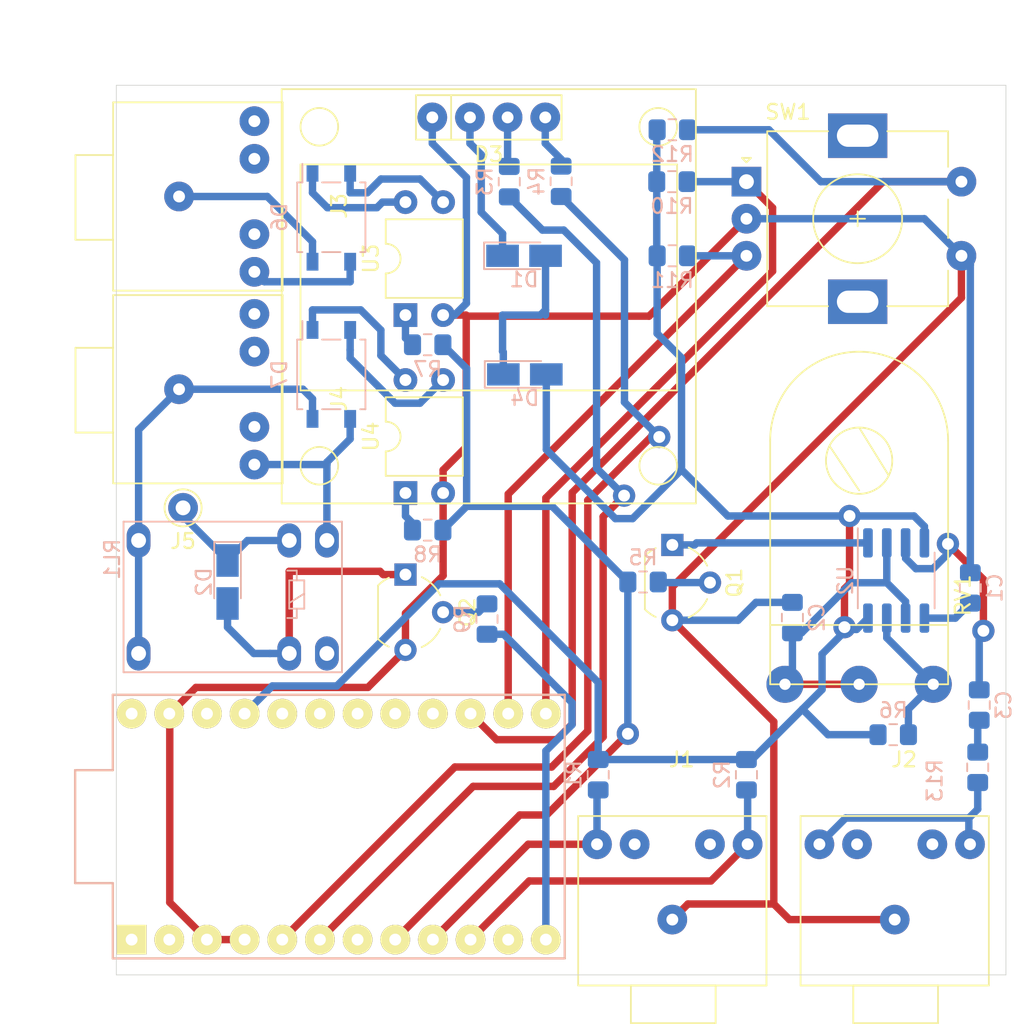
<source format=kicad_pcb>
(kicad_pcb (version 20211014) (generator pcbnew)
  (layers (0 "F.Cu" signal) (31 "B.Cu" signal) (34 "B.Paste" user) (35 "F.Paste" user) (36 "B.SilkS" user "B.Silkscreen") (37 "F.SilkS" user "F.Silkscreen") (38 "B.Mask" user) (39 "F.Mask" user) (44 "Edge.Cuts" user))
  (net 0 "")
  (net 1 "GND")
  (net 2 "Net-(C1-Pad1)")
  (net 3 "Net-(C2-Pad1)")
  (net 4 "Net-(C3-Pad1)")
  (net 5 "Net-(C3-Pad2)")
  (net 6 "Net-(D1-Pad2)")
  (net 7 "Net-(D1-Pad1)")
  (net 8 "Net-(D2-Pad1)")
  (net 9 "Net-(D2-Pad2)")
  (net 10 "Net-(D3-Pad3)")
  (net 11 "Net-(D3-Pad4)")
  (net 12 "+5V")
  (net 13 "Net-(D6-Pad3)")
  (net 14 "Net-(D6-Pad2)")
  (net 15 "Net-(D6-Pad1)")
  (net 16 "Net-(D6-Pad4)")
  (net 17 "Net-(D7-Pad4)")
  (net 18 "Net-(D7-Pad1)")
  (net 19 "Net-(D7-Pad2)")
  (net 20 "Net-(D7-Pad3)")
  (net 21 "Net-(J1-PadS)")
  (net 22 "Net-(J1-PadT)")
  (net 23 "Net-(Q1-Pad2)")
  (net 24 "Net-(Q1-Pad1)")
  (net 25 "Net-(Q2-Pad2)")
  (net 26 "Net-(R3-Pad2)")
  (net 27 "Net-(R4-Pad2)")
  (net 28 "Net-(R5-Pad2)")
  (net 29 "Net-(R6-Pad1)")
  (net 30 "Net-(R7-Pad1)")
  (net 31 "Net-(R8-Pad1)")
  (net 32 "Net-(R9-Pad2)")
  (net 33 "Net-(R10-Pad2)")
  (net 34 "Net-(R11-Pad2)")
  (net 35 "Net-(R12-Pad2)")
  (net 36 "Net-(J2-PadS)")
  (footprint "Display:oled_128x64_i2c_ssd1306" (layer "F.Cu") (at 20 -47)
    (fp_text reference "D3" (at 7.62 -10.835) (layer "F.SilkS"))
    (fp_text value "oled_128x64_i2c_ssd1306")
    (pad "1" thru_hole oval locked (at 3.81 -13.335) (size 2 2) (drill 0.8) (layers *.Cu *.Mask) (net 1 "GND"))
    (pad "2" thru_hole oval locked (at 6.35 -13.335) (size 2 2) (drill 0.8) (layers *.Cu *.Mask) (net 7 "Net-(D1-Pad1)"))
    (pad "3" thru_hole oval locked (at 8.89 -13.335) (size 2 2) (drill 0.8) (layers *.Cu *.Mask) (net 10 "Net-(D3-Pad3)"))
    (pad "4" thru_hole oval locked (at 11.43 -13.335) (size 2 2) (drill 0.8) (layers *.Cu *.Mask) (net 11 "Net-(D3-Pad4)"))
  )
  (footprint "Connector_Audio:audio-3.5mm-5pin" (layer "F.Cu") (at 40 -7.5 180)
    (fp_text reference "J1" (at -0.635 9.525) (layer "F.SilkS"))
    (fp_text value "AudioJack2_Ground_Switch")
    (pad "G" thru_hole circle locked (at 0 -1.27 180) (size 2 2) (drill 0.8) (layers *.Cu *.Mask) (net 1 "GND"))
    (pad "S" thru_hole circle locked (at 5.08 3.81 180) (size 2 2) (drill 0.8) (layers *.Cu *.Mask) (net 21 "Net-(J1-PadS)"))
    (pad "SN" thru_hole circle locked (at 2.54 3.81 180) (size 2 2) (drill 0.8) (layers *.Cu *.Mask))
    (pad "T" thru_hole circle locked (at -5.08 3.81 180) (size 2 2) (drill 0.8) (layers *.Cu *.Mask) (net 22 "Net-(J1-PadT)"))
    (pad "TN" thru_hole circle locked (at -2.54 3.81 180) (size 2 2) (drill 0.8) (layers *.Cu *.Mask))
  )
  (footprint "Connector_Audio:audio-3.5mm-5pin" (layer "F.Cu") (at 55 -7.5 180)
    (fp_text reference "J2" (at -0.635 9.525) (layer "F.SilkS"))
    (fp_text value "AudioJack2_Ground_Switch")
    (pad "G" thru_hole circle locked (at 0 -1.27 180) (size 2 2) (drill 0.8) (layers *.Cu *.Mask) (net 1 "GND"))
    (pad "S" thru_hole circle locked (at 5.08 3.81 180) (size 2 2) (drill 0.8) (layers *.Cu *.Mask) (net 36 "Net-(J2-PadS)"))
    (pad "SN" thru_hole circle locked (at 2.54 3.81 180) (size 2 2) (drill 0.8) (layers *.Cu *.Mask))
    (pad "T" thru_hole circle locked (at -5.08 3.81 180) (size 2 2) (drill 0.8) (layers *.Cu *.Mask) (net 36 "Net-(J2-PadS)"))
    (pad "TN" thru_hole circle locked (at -2.54 3.81 180) (size 2 2) (drill 0.8) (layers *.Cu *.Mask))
  )
  (footprint "Connector_Audio:audio-3.5mm-5pin" (layer "F.Cu") (at 8 -55 90)
    (fp_text reference "J3" (at -0.635 9.525 90) (layer "F.SilkS"))
    (fp_text value "AudioJack2_Ground_Switch")
    (pad "G" thru_hole circle locked (at 0 -1.27 90) (size 2 2) (drill 0.8) (layers *.Cu *.Mask) (net 16 "Net-(D6-Pad4)"))
    (pad "S" thru_hole circle locked (at 5.08 3.81 90) (size 2 2) (drill 0.8) (layers *.Cu *.Mask))
    (pad "SN" thru_hole circle locked (at 2.54 3.81 90) (size 2 2) (drill 0.8) (layers *.Cu *.Mask))
    (pad "T" thru_hole circle locked (at -5.08 3.81 90) (size 2 2) (drill 0.8) (layers *.Cu *.Mask) (net 13 "Net-(D6-Pad3)"))
    (pad "TN" thru_hole circle locked (at -2.54 3.81 90) (size 2 2) (drill 0.8) (layers *.Cu *.Mask))
  )
  (footprint "Connector_Audio:audio-3.5mm-5pin" (layer "F.Cu") (at 8 -42 90)
    (fp_text reference "J4" (at -0.635 9.525 90) (layer "F.SilkS"))
    (fp_text value "AudioJack2_Ground_Switch")
    (pad "G" thru_hole circle locked (at 0 -1.27 90) (size 2 2) (drill 0.8) (layers *.Cu *.Mask) (net 17 "Net-(D7-Pad4)"))
    (pad "S" thru_hole circle locked (at 5.08 3.81 90) (size 2 2) (drill 0.8) (layers *.Cu *.Mask))
    (pad "SN" thru_hole circle locked (at 2.54 3.81 90) (size 2 2) (drill 0.8) (layers *.Cu *.Mask))
    (pad "T" thru_hole circle locked (at -5.08 3.81 90) (size 2 2) (drill 0.8) (layers *.Cu *.Mask) (net 20 "Net-(D7-Pad3)"))
    (pad "TN" thru_hole circle locked (at -2.54 3.81 90) (size 2 2) (drill 0.8) (layers *.Cu *.Mask))
  )
  (footprint "Connector_Pin:Pin_D1.0mm_L10.0mm" (layer "F.Cu") (at 7 -34)
    (fp_text reference "J5" (at 0 2.25) (layer "F.SilkS"))
    (fp_text value "Conn_01x01")
    (pad "1" thru_hole circle locked (at 0 0) (size 2 2) (drill 1) (layers *.Cu *.Mask) (net 8 "Net-(D2-Pad1)"))
  )
  (footprint "Package_TO_SOT_THT:TO-92_Wide" (layer "F.Cu") (at 40 -31.5 -90)
    (fp_text reference "Q1" (at 2.55 -4.19 90) (layer "F.SilkS"))
    (fp_text value "BC547")
    (pad "1" thru_hole rect locked (at 0 0) (size 1.5 1.5) (drill 0.8) (layers *.Cu *.Mask) (net 24 "Net-(Q1-Pad1)"))
    (pad "2" thru_hole circle locked (at 2.54 -2.54) (size 1.5 1.5) (drill 0.8) (layers *.Cu *.Mask) (net 23 "Net-(Q1-Pad2)"))
    (pad "3" thru_hole circle locked (at 5.08 0) (size 1.5 1.5) (drill 0.8) (layers *.Cu *.Mask) (net 1 "GND"))
  )
  (footprint "Package_TO_SOT_THT:TO-92_Wide" (layer "F.Cu") (at 22 -29.5 -90)
    (fp_text reference "Q2" (at 2.55 -4.19 90) (layer "F.SilkS"))
    (fp_text value "BC547")
    (pad "1" thru_hole rect locked (at 0 0) (size 1.5 1.5) (drill 0.8) (layers *.Cu *.Mask) (net 9 "Net-(D2-Pad2)"))
    (pad "2" thru_hole circle locked (at 2.54 -2.54) (size 1.5 1.5) (drill 0.8) (layers *.Cu *.Mask) (net 25 "Net-(Q2-Pad2)"))
    (pad "3" thru_hole circle locked (at 5.08 0) (size 1.5 1.5) (drill 0.8) (layers *.Cu *.Mask) (net 1 "GND"))
  )
  (footprint "Potentiometer_THT:perem_resistor-step-5mm" (layer "F.Cu") (at 52.6 -27.1 90)
    (fp_text reference "RV1" (at 1 7 90) (layer "F.SilkS"))
    (fp_text value "10k")
    (pad "1" thru_hole circle locked (at -5 -5 90) (size 2.5 2.5) (drill 0.762) (layers *.Cu *.Mask) (net 3 "Net-(C2-Pad1)"))
    (pad "2" thru_hole circle locked (at -5 0 90) (size 2.5 2.5) (drill 0.762) (layers *.Cu *.Mask) (net 3 "Net-(C2-Pad1)"))
    (pad "3" thru_hole circle locked (at -5 5 90) (size 2.5 2.5) (drill 0.762) (layers *.Cu *.Mask) (net 29 "Net-(R6-Pad1)"))
  )
  (footprint "Rotary_Encoder:RotaryEncoder_Alps_EC11E-Switch_Vertical_H20mm" (layer "F.Cu") (at 45 -56)
    (fp_text reference "SW1" (at 2.8 -4.7) (layer "F.SilkS"))
    (fp_text value "Rotary_Encoder_Switch")
    (pad "A" thru_hole rect locked (at 0 0) (size 2 2) (drill 1) (layers *.Cu *.Mask) (net 33 "Net-(R10-Pad2)"))
    (pad "B" thru_hole circle locked (at 0 5) (size 2 2) (drill 0.8) (layers *.Cu *.Mask) (net 34 "Net-(R11-Pad2)"))
    (pad "C" thru_hole circle locked (at 0 2.5) (size 2 2) (drill 0.8) (layers *.Cu *.Mask) (net 1 "GND"))
    (pad "MP" thru_hole rect locked (at 7.5 8.1) (size 4 3) (drill oval 2.8 1.5) (layers *.Cu *.Mask))
    (pad "MP" thru_hole rect locked (at 7.5 -3.1) (size 4 3) (drill oval 2.8 1.5) (layers *.Cu *.Mask))
    (pad "S1" thru_hole circle locked (at 14.5 5) (size 2 2) (drill 0.8) (layers *.Cu *.Mask) (net 1 "GND"))
    (pad "S2" thru_hole circle locked (at 14.5 0) (size 2 2) (drill 0.8) (layers *.Cu *.Mask) (net 35 "Net-(R12-Pad2)"))
  )
  (footprint "promicro:ProMicro" (layer "F.Cu") (at 17.5 -12.5)
    (fp_text reference "U1" hide)
    (fp_text value "ProMicro")
    (pad "1" thru_hole rect locked (at -13.97 7.62) (size 2 2) (drill 0.8) (layers *.Cu *.Mask "F.SilkS"))
    (pad "2" thru_hole circle locked (at -11.43 7.62) (size 2 2) (drill 0.8) (layers *.Cu *.Mask "F.SilkS"))
    (pad "3" thru_hole circle locked (at -8.89 7.62) (size 2 2) (drill 0.8) (layers *.Cu *.Mask "F.SilkS") (net 1 "GND"))
    (pad "4" thru_hole circle locked (at -6.35 7.62) (size 2 2) (drill 0.8) (layers *.Cu *.Mask "F.SilkS") (net 1 "GND"))
    (pad "5" thru_hole circle locked (at -3.81 7.62) (size 2 2) (drill 0.8) (layers *.Cu *.Mask "F.SilkS") (net 27 "Net-(R4-Pad2)"))
    (pad "6" thru_hole circle locked (at -1.27 7.62) (size 2 2) (drill 0.8) (layers *.Cu *.Mask "F.SilkS") (net 26 "Net-(R3-Pad2)"))
    (pad "7" thru_hole circle locked (at 1.27 7.62) (size 2 2) (drill 0.8) (layers *.Cu *.Mask "F.SilkS"))
    (pad "8" thru_hole circle locked (at 3.81 7.62) (size 2 2) (drill 0.8) (layers *.Cu *.Mask "F.SilkS") (net 28 "Net-(R5-Pad2)"))
    (pad "9" thru_hole circle locked (at 6.35 7.62) (size 2 2) (drill 0.8) (layers *.Cu *.Mask "F.SilkS") (net 21 "Net-(J1-PadS)"))
    (pad "10" thru_hole circle locked (at 8.89 7.62) (size 2 2) (drill 0.8) (layers *.Cu *.Mask "F.SilkS") (net 22 "Net-(J1-PadT)"))
    (pad "11" thru_hole circle locked (at 11.43 7.62) (size 2 2) (drill 0.8) (layers *.Cu *.Mask "F.SilkS"))
    (pad "12" thru_hole circle locked (at 13.97 7.62) (size 2 2) (drill 0.8) (layers *.Cu *.Mask "F.SilkS") (net 32 "Net-(R9-Pad2)"))
    (pad "13" thru_hole circle locked (at 13.97 -7.62) (size 2 2) (drill 0.8) (layers *.Cu *.Mask "F.SilkS") (net 33 "Net-(R10-Pad2)"))
    (pad "14" thru_hole circle locked (at 11.43 -7.62) (size 2 2) (drill 0.8) (layers *.Cu *.Mask "F.SilkS") (net 34 "Net-(R11-Pad2)"))
    (pad "15" thru_hole circle locked (at 8.89 -7.62) (size 2 2) (drill 0.8) (layers *.Cu *.Mask "F.SilkS") (net 35 "Net-(R12-Pad2)"))
    (pad "16" thru_hole circle locked (at 6.35 -7.62) (size 2 2) (drill 0.8) (layers *.Cu *.Mask "F.SilkS"))
    (pad "17" thru_hole circle locked (at 3.81 -7.62) (size 2 2) (drill 0.8) (layers *.Cu *.Mask "F.SilkS"))
    (pad "18" thru_hole circle locked (at 1.27 -7.62) (size 2 2) (drill 0.8) (layers *.Cu *.Mask "F.SilkS"))
    (pad "19" thru_hole circle locked (at -1.27 -7.62) (size 2 2) (drill 0.8) (layers *.Cu *.Mask "F.SilkS"))
    (pad "20" thru_hole circle locked (at -3.81 -7.62) (size 2 2) (drill 0.8) (layers *.Cu *.Mask "F.SilkS"))
    (pad "21" thru_hole circle locked (at -6.35 -7.62) (size 2 2) (drill 0.8) (layers *.Cu *.Mask "F.SilkS") (net 12 "+5V"))
    (pad "22" thru_hole circle locked (at -8.89 -7.62) (size 2 2) (drill 0.8) (layers *.Cu *.Mask "F.SilkS"))
    (pad "23" thru_hole circle locked (at -11.43 -7.62) (size 2 2) (drill 0.8) (layers *.Cu *.Mask "F.SilkS") (net 1 "GND"))
    (pad "24" thru_hole circle locked (at -13.97 -7.62) (size 2 2) (drill 0.8) (layers *.Cu *.Mask "F.SilkS"))
  )
  (footprint "Package_DIP:DIP-4_W7.62mm" (layer "F.Cu") (at 22 -47 90)
    (fp_text reference "U3" (at 3.81 -2.33 90) (layer "F.SilkS"))
    (fp_text value "PC817")
    (pad "1" thru_hole rect locked (at 0 0 90) (size 1.6 1.6) (drill 0.8) (layers *.Cu *.Mask) (net 30 "Net-(R7-Pad1)"))
    (pad "2" thru_hole oval locked (at 0 2.54 90) (size 1.6 1.6) (drill 0.8) (layers *.Cu *.Mask) (net 1 "GND"))
    (pad "3" thru_hole oval locked (at 7.62 2.54 90) (size 1.6 1.6) (drill 0.8) (layers *.Cu *.Mask) (net 14 "Net-(D6-Pad2)"))
    (pad "4" thru_hole oval locked (at 7.62 0 90) (size 1.6 1.6) (drill 0.8) (layers *.Cu *.Mask) (net 15 "Net-(D6-Pad1)"))
  )
  (footprint "Package_DIP:DIP-4_W7.62mm" (layer "F.Cu") (at 22 -35 90)
    (fp_text reference "U4" (at 3.81 -2.33 90) (layer "F.SilkS"))
    (fp_text value "PC817")
    (pad "1" thru_hole rect locked (at 0 0 90) (size 1.6 1.6) (drill 0.8) (layers *.Cu *.Mask) (net 31 "Net-(R8-Pad1)"))
    (pad "2" thru_hole oval locked (at 0 2.54 90) (size 1.6 1.6) (drill 0.8) (layers *.Cu *.Mask) (net 1 "GND"))
    (pad "3" thru_hole oval locked (at 7.62 2.54 90) (size 1.6 1.6) (drill 0.8) (layers *.Cu *.Mask) (net 19 "Net-(D7-Pad2)"))
    (pad "4" thru_hole oval locked (at 7.62 0 90) (size 1.6 1.6) (drill 0.8) (layers *.Cu *.Mask) (net 18 "Net-(D7-Pad1)"))
  )
  (footprint "Capacitor_SMD:C_0805_2012Metric_Pad1.15x1.40mm_HandSolder" (layer "B.Cu") (at 60.1 -28.6 90)
    (fp_text reference "C1" (at 0 1.65 90) (layer "B.SilkS") (effects (justify mirror)))
    (fp_text value "0.01")
    (pad "1" smd roundrect locked (at -1.025 0 90) (size 1.15 1.4) (layers "B.Cu" "B.Paste" "B.Mask") (roundrect_rratio 0.217391) (net 2 "Net-(C1-Pad1)"))
    (pad "2" smd roundrect locked (at 1.025 0 90) (size 1.15 1.4) (layers "B.Cu" "B.Paste" "B.Mask") (roundrect_rratio 0.217391) (net 1 "GND"))
  )
  (footprint "Capacitor_SMD:C_0805_2012Metric_Pad1.15x1.40mm_HandSolder" (layer "B.Cu") (at 48.1 -26.6 90)
    (fp_text reference "C2" (at 0 1.65 270) (layer "B.SilkS") (effects (justify mirror)))
    (fp_text value "0.1")
    (pad "1" smd roundrect locked (at -1.025 0 90) (size 1.15 1.4) (layers "B.Cu" "B.Paste" "B.Mask") (roundrect_rratio 0.217391) (net 3 "Net-(C2-Pad1)"))
    (pad "2" smd roundrect locked (at 1.025 0 90) (size 1.15 1.4) (layers "B.Cu" "B.Paste" "B.Mask") (roundrect_rratio 0.217391) (net 1 "GND"))
  )
  (footprint "Diode_SMD:D_MicroMELF_Hadsoldering" (layer "B.Cu") (at 30 -51)
    (fp_text reference "D1" (at 0 1.6) (layer "B.SilkS") (effects (justify mirror)))
    (fp_text value "1N4148")
    (pad "1" smd rect locked (at -1.45 0) (size 2.2 1.5) (layers "B.Cu" "B.Paste" "B.Mask") (net 7 "Net-(D1-Pad1)"))
    (pad "2" smd rect locked (at 1.45 0) (size 2.2 1.5) (layers "B.Cu" "B.Paste" "B.Mask") (net 6 "Net-(D1-Pad2)"))
  )
  (footprint "Diode_SMD:D_MicroMELF_Hadsoldering" (layer "B.Cu") (at 10 -29 -90)
    (fp_text reference "D2" (at 0 1.6 -90) (layer "B.SilkS") (effects (justify mirror)))
    (fp_text value "1N4148")
    (pad "1" smd rect locked (at -1.45 0 270) (size 2.2 1.5) (layers "B.Cu" "B.Paste" "B.Mask") (net 8 "Net-(D2-Pad1)"))
    (pad "2" smd rect locked (at 1.45 0 270) (size 2.2 1.5) (layers "B.Cu" "B.Paste" "B.Mask") (net 9 "Net-(D2-Pad2)"))
  )
  (footprint "Diode_SMD:D_MicroMELF_Hadsoldering" (layer "B.Cu") (at 30.05 -43)
    (fp_text reference "D4" (at 0 1.6) (layer "B.SilkS") (effects (justify mirror)))
    (fp_text value "1N4148")
    (pad "1" smd rect locked (at -1.45 0) (size 2.2 1.5) (layers "B.Cu" "B.Paste" "B.Mask") (net 6 "Net-(D1-Pad2)"))
    (pad "2" smd rect locked (at 1.45 0) (size 2.2 1.5) (layers "B.Cu" "B.Paste" "B.Mask") (net 12 "+5V"))
  )
  (footprint "Package_SO:SO-4_4.4x4.3mm_P2.54mm" (layer "B.Cu") (at 17 -53.6 -90)
    (fp_text reference "D6" (at 0 3.5 -90) (layer "B.SilkS") (effects (justify mirror)))
    (fp_text value "D_Bridge_+-AA")
    (pad "1" smd rect locked (at -3 1.27) (size 0.8 1.2) (layers "B.Cu" "B.Paste" "B.Mask") (net 15 "Net-(D6-Pad1)"))
    (pad "2" smd rect locked (at -3 -1.27) (size 0.8 1.2) (layers "B.Cu" "B.Paste" "B.Mask") (net 14 "Net-(D6-Pad2)"))
    (pad "3" smd rect locked (at 3 -1.27) (size 0.8 1.2) (layers "B.Cu" "B.Paste" "B.Mask") (net 13 "Net-(D6-Pad3)"))
    (pad "4" smd rect locked (at 3 1.27) (size 0.8 1.2) (layers "B.Cu" "B.Paste" "B.Mask") (net 16 "Net-(D6-Pad4)"))
  )
  (footprint "Package_SO:SO-4_4.4x4.3mm_P2.54mm" (layer "B.Cu") (at 17 -43 -90)
    (fp_text reference "D7" (at 0 3.5 -90) (layer "B.SilkS") (effects (justify mirror)))
    (fp_text value "D_Bridge_+-AA")
    (pad "1" smd rect locked (at -3 1.27) (size 0.8 1.2) (layers "B.Cu" "B.Paste" "B.Mask") (net 18 "Net-(D7-Pad1)"))
    (pad "2" smd rect locked (at -3 -1.27) (size 0.8 1.2) (layers "B.Cu" "B.Paste" "B.Mask") (net 19 "Net-(D7-Pad2)"))
    (pad "3" smd rect locked (at 3 -1.27) (size 0.8 1.2) (layers "B.Cu" "B.Paste" "B.Mask") (net 20 "Net-(D7-Pad3)"))
    (pad "4" smd rect locked (at 3 1.27) (size 0.8 1.2) (layers "B.Cu" "B.Paste" "B.Mask") (net 17 "Net-(D7-Pad4)"))
  )
  (footprint "Resistor_SMD:R_0805_2012Metric_Pad1.15x1.40mm_HandSolder" (layer "B.Cu") (at 35 -16 -90)
    (fp_text reference "R1" (at 0 1.65 -90) (layer "B.SilkS") (effects (justify mirror)))
    (fp_text value "4k7")
    (pad "1" smd roundrect locked (at -1.025 0 270) (size 1.15 1.4) (layers "B.Cu" "B.Paste" "B.Mask") (roundrect_rratio 0.217391) (net 12 "+5V"))
    (pad "2" smd roundrect locked (at 1.025 0 270) (size 1.15 1.4) (layers "B.Cu" "B.Paste" "B.Mask") (roundrect_rratio 0.217391) (net 21 "Net-(J1-PadS)"))
  )
  (footprint "Resistor_SMD:R_0805_2012Metric_Pad1.15x1.40mm_HandSolder" (layer "B.Cu") (at 45 -16 -90)
    (fp_text reference "R2" (at 0 1.65 -90) (layer "B.SilkS") (effects (justify mirror)))
    (fp_text value "4k7")
    (pad "1" smd roundrect locked (at -1.025 0 270) (size 1.15 1.4) (layers "B.Cu" "B.Paste" "B.Mask") (roundrect_rratio 0.217391) (net 12 "+5V"))
    (pad "2" smd roundrect locked (at 1.025 0 270) (size 1.15 1.4) (layers "B.Cu" "B.Paste" "B.Mask") (roundrect_rratio 0.217391) (net 22 "Net-(J1-PadT)"))
  )
  (footprint "Resistor_SMD:R_0805_2012Metric_Pad1.15x1.40mm_HandSolder" (layer "B.Cu") (at 29 -56 -90)
    (fp_text reference "R3" (at 0 1.65 -90) (layer "B.SilkS") (effects (justify mirror)))
    (fp_text value "100")
    (pad "1" smd roundrect locked (at -1.025 0 270) (size 1.15 1.4) (layers "B.Cu" "B.Paste" "B.Mask") (roundrect_rratio 0.217391) (net 10 "Net-(D3-Pad3)"))
    (pad "2" smd roundrect locked (at 1.025 0 270) (size 1.15 1.4) (layers "B.Cu" "B.Paste" "B.Mask") (roundrect_rratio 0.217391) (net 26 "Net-(R3-Pad2)"))
  )
  (footprint "Resistor_SMD:R_0805_2012Metric_Pad1.15x1.40mm_HandSolder" (layer "B.Cu") (at 32.5 -56.025 -90)
    (fp_text reference "R4" (at 0 1.65 -90) (layer "B.SilkS") (effects (justify mirror)))
    (fp_text value "100")
    (pad "1" smd roundrect locked (at -1.025 0 270) (size 1.15 1.4) (layers "B.Cu" "B.Paste" "B.Mask") (roundrect_rratio 0.217391) (net 11 "Net-(D3-Pad4)"))
    (pad "2" smd roundrect locked (at 1.025 0 270) (size 1.15 1.4) (layers "B.Cu" "B.Paste" "B.Mask") (roundrect_rratio 0.217391) (net 27 "Net-(R4-Pad2)"))
  )
  (footprint "Resistor_SMD:R_0805_2012Metric_Pad1.15x1.40mm_HandSolder" (layer "B.Cu") (at 38.025 -29 180)
    (fp_text reference "R5" (at 0 1.65) (layer "B.SilkS") (effects (justify mirror)))
    (fp_text value "4k7")
    (pad "1" smd roundrect locked (at -1.025 0 180) (size 1.15 1.4) (layers "B.Cu" "B.Paste" "B.Mask") (roundrect_rratio 0.217391) (net 23 "Net-(Q1-Pad2)"))
    (pad "2" smd roundrect locked (at 1.025 0 180) (size 1.15 1.4) (layers "B.Cu" "B.Paste" "B.Mask") (roundrect_rratio 0.217391) (net 28 "Net-(R5-Pad2)"))
  )
  (footprint "Resistor_SMD:R_0805_2012Metric_Pad1.15x1.40mm_HandSolder" (layer "B.Cu") (at 54.9 -18.7 180)
    (fp_text reference "R6" (at 0 1.65) (layer "B.SilkS") (effects (justify mirror)))
    (fp_text value "10k")
    (pad "1" smd roundrect locked (at -1.025 0 180) (size 1.15 1.4) (layers "B.Cu" "B.Paste" "B.Mask") (roundrect_rratio 0.217391) (net 29 "Net-(R6-Pad1)"))
    (pad "2" smd roundrect locked (at 1.025 0 180) (size 1.15 1.4) (layers "B.Cu" "B.Paste" "B.Mask") (roundrect_rratio 0.217391) (net 12 "+5V"))
  )
  (footprint "Resistor_SMD:R_0805_2012Metric_Pad1.15x1.40mm_HandSolder" (layer "B.Cu") (at 23.5 -45)
    (fp_text reference "R7" (at 0 1.65) (layer "B.SilkS") (effects (justify mirror)))
    (fp_text value "510")
    (pad "1" smd roundrect locked (at -1.025 0) (size 1.15 1.4) (layers "B.Cu" "B.Paste" "B.Mask") (roundrect_rratio 0.217391) (net 30 "Net-(R7-Pad1)"))
    (pad "2" smd roundrect locked (at 1.025 0) (size 1.15 1.4) (layers "B.Cu" "B.Paste" "B.Mask") (roundrect_rratio 0.217391) (net 28 "Net-(R5-Pad2)"))
  )
  (footprint "Resistor_SMD:R_0805_2012Metric_Pad1.15x1.40mm_HandSolder" (layer "B.Cu") (at 23.5 -32.5)
    (fp_text reference "R8" (at 0 1.65) (layer "B.SilkS") (effects (justify mirror)))
    (fp_text value "510")
    (pad "1" smd roundrect locked (at -1.025 0) (size 1.15 1.4) (layers "B.Cu" "B.Paste" "B.Mask") (roundrect_rratio 0.217391) (net 31 "Net-(R8-Pad1)"))
    (pad "2" smd roundrect locked (at 1.025 0) (size 1.15 1.4) (layers "B.Cu" "B.Paste" "B.Mask") (roundrect_rratio 0.217391) (net 28 "Net-(R5-Pad2)"))
  )
  (footprint "Resistor_SMD:R_0805_2012Metric_Pad1.15x1.40mm_HandSolder" (layer "B.Cu") (at 27.5 -26.5 -90)
    (fp_text reference "R9" (at 0 1.65 -90) (layer "B.SilkS") (effects (justify mirror)))
    (fp_text value "4k7")
    (pad "1" smd roundrect locked (at -1.025 0 270) (size 1.15 1.4) (layers "B.Cu" "B.Paste" "B.Mask") (roundrect_rratio 0.217391) (net 25 "Net-(Q2-Pad2)"))
    (pad "2" smd roundrect locked (at 1.025 0 270) (size 1.15 1.4) (layers "B.Cu" "B.Paste" "B.Mask") (roundrect_rratio 0.217391) (net 32 "Net-(R9-Pad2)"))
  )
  (footprint "Resistor_SMD:R_0805_2012Metric_Pad1.15x1.40mm_HandSolder" (layer "B.Cu") (at 39.975 -56)
    (fp_text reference "R10" (at 0 1.65) (layer "B.SilkS") (effects (justify mirror)))
    (fp_text value "10k")
    (pad "1" smd roundrect locked (at -1.025 0) (size 1.15 1.4) (layers "B.Cu" "B.Paste" "B.Mask") (roundrect_rratio 0.217391) (net 12 "+5V"))
    (pad "2" smd roundrect locked (at 1.025 0) (size 1.15 1.4) (layers "B.Cu" "B.Paste" "B.Mask") (roundrect_rratio 0.217391) (net 33 "Net-(R10-Pad2)"))
  )
  (footprint "Resistor_SMD:R_0805_2012Metric_Pad1.15x1.40mm_HandSolder" (layer "B.Cu") (at 40 -51)
    (fp_text reference "R11" (at 0 1.65) (layer "B.SilkS") (effects (justify mirror)))
    (fp_text value "10k")
    (pad "1" smd roundrect locked (at -1.025 0) (size 1.15 1.4) (layers "B.Cu" "B.Paste" "B.Mask") (roundrect_rratio 0.217391) (net 12 "+5V"))
    (pad "2" smd roundrect locked (at 1.025 0) (size 1.15 1.4) (layers "B.Cu" "B.Paste" "B.Mask") (roundrect_rratio 0.217391) (net 34 "Net-(R11-Pad2)"))
  )
  (footprint "Resistor_SMD:R_0805_2012Metric_Pad1.15x1.40mm_HandSolder" (layer "B.Cu") (at 40 -59.5)
    (fp_text reference "R12" (at 0 1.65) (layer "B.SilkS") (effects (justify mirror)))
    (fp_text value "10k")
    (pad "1" smd roundrect locked (at -1.025 0) (size 1.15 1.4) (layers "B.Cu" "B.Paste" "B.Mask") (roundrect_rratio 0.217391) (net 12 "+5V"))
    (pad "2" smd roundrect locked (at 1.025 0) (size 1.15 1.4) (layers "B.Cu" "B.Paste" "B.Mask") (roundrect_rratio 0.217391) (net 35 "Net-(R12-Pad2)"))
  )
  (footprint "Relay_THT:Relay_SPDT_HJR-4102" (layer "B.Cu") (at 4 -31.8 -90)
    (fp_text reference "RL1" (at 1.27 1.778 -90) (layer "B.SilkS") (effects (justify mirror)))
    (fp_text value "JRC-21F_4100")
    (pad "1" thru_hole oval locked (at 0 0 270) (size 2.3 1.6) (drill 1) (layers *.Cu *.Mask) (net 17 "Net-(D7-Pad4)"))
    (pad "5" thru_hole oval locked (at 0 -10.16 270) (size 2.3 1.6) (drill 1) (layers *.Cu *.Mask) (net 8 "Net-(D2-Pad1)"))
    (pad "6" thru_hole oval locked (at 0 -12.7 270) (size 2.3 1.6) (drill 1) (layers *.Cu *.Mask) (net 20 "Net-(D7-Pad3)"))
    (pad "7" thru_hole oval locked (at 7.62 -12.7 270) (size 2.3 1.6) (drill 1) (layers *.Cu *.Mask))
    (pad "8" thru_hole oval locked (at 7.62 -10.16 270) (size 2.3 1.6) (drill 1) (layers *.Cu *.Mask) (net 9 "Net-(D2-Pad2)"))
    (pad "12" thru_hole oval locked (at 7.62 0 270) (size 2.3 1.6) (drill 1) (layers *.Cu *.Mask) (net 17 "Net-(D7-Pad4)"))
  )
  (footprint "Package_SO:SOP-8_3.76x4.96mm_P1.27mm" (layer "B.Cu") (at 55.1 -29.1 -90)
    (fp_text reference "U2" (at 0 3.43 -90) (layer "B.SilkS") (effects (justify mirror)))
    (fp_text value "NE555")
    (pad "1" smd roundrect locked (at -2.5375 1.905 270) (size 1.975 0.65) (layers "B.Cu" "B.Paste" "B.Mask") (net 24 "Net-(Q1-Pad1)"))
    (pad "2" smd roundrect locked (at -2.5375 0.635 270) (size 1.975 0.65) (layers "B.Cu" "B.Paste" "B.Mask") (net 3 "Net-(C2-Pad1)"))
    (pad "3" smd roundrect locked (at -2.5375 -0.635 270) (size 1.975 0.65) (layers "B.Cu" "B.Paste" "B.Mask") (net 5 "Net-(C3-Pad2)"))
    (pad "4" smd roundrect locked (at -2.5375 -1.905 270) (size 1.975 0.65) (layers "B.Cu" "B.Paste" "B.Mask") (net 12 "+5V"))
    (pad "5" smd roundrect locked (at 2.5375 -1.905 270) (size 1.975 0.65) (layers "B.Cu" "B.Paste" "B.Mask") (net 2 "Net-(C1-Pad1)"))
    (pad "6" smd roundrect locked (at 2.5375 -0.635 270) (size 1.975 0.65) (layers "B.Cu" "B.Paste" "B.Mask") (net 3 "Net-(C2-Pad1)"))
    (pad "7" smd roundrect locked (at 2.5375 0.635 270) (size 1.975 0.65) (layers "B.Cu" "B.Paste" "B.Mask") (net 29 "Net-(R6-Pad1)"))
    (pad "8" smd roundrect locked (at 2.5375 1.905 270) (size 1.975 0.65) (layers "B.Cu" "B.Paste" "B.Mask") (net 12 "+5V"))
  )
  (footprint "Resistor_SMD:R_0805_2012Metric_Pad1.15x1.40mm_HandSolder" (layer "B.Cu") (at 60.6 -16.5 90)
    (fp_text reference "R13" (at -0.9 -2.9 90) (layer "B.SilkS") (effects (justify mirror)))
    (fp_text value "100")
    (pad "1" smd roundrect locked (at -1.025 0 90) (size 1.15 1.4) (layers "B.Cu" "B.Paste" "B.Mask") (roundrect_rratio 0.217391) (net 36 "Net-(J2-PadS)"))
    (pad "2" smd roundrect locked (at 1.025 0 90) (size 1.15 1.4) (layers "B.Cu" "B.Paste" "B.Mask") (roundrect_rratio 0.217391) (net 4 "Net-(C3-Pad1)"))
  )
  (footprint "Capacitor_SMD:C_0805_2012Metric_Pad1.15x1.40mm_HandSolder" (layer "B.Cu") (at 60.7 -20.7 90)
    (fp_text reference "C3" (at 0 1.65 90) (layer "B.SilkS") (effects (justify mirror)))
    (fp_text value "0.1")
    (pad "1" smd roundrect locked (at -1.025 0 90) (size 1.15 1.4) (layers "B.Cu" "B.Paste" "B.Mask") (roundrect_rratio 0.217391) (net 4 "Net-(C3-Pad1)"))
    (pad "2" smd roundrect locked (at 1.025 0 90) (size 1.15 1.4) (layers "B.Cu" "B.Paste" "B.Mask") (roundrect_rratio 0.217391) (net 5 "Net-(C3-Pad2)"))
  )
  (gr_line (start 62.5 -2.5) (end 2.5 -2.5) (layer "Edge.Cuts") (width 0.05))
  (gr_line (start 2.5 -62.5) (end 62.5 -62.5) (layer "Edge.Cuts") (width 0.05))
  (gr_line (start 2.5 -2.5) (end 2.5 -62.5) (layer "Edge.Cuts") (width 0.05))
  (gr_line (start 62.5 -62.5) (end 62.5 -2.5) (layer "Edge.Cuts") (width 0.05))
  (segment (start 26.099 -46.9279) (end 38.4279 -46.9279) (width 0.5) (layer "F.Cu") (net 1))
  (segment (start 22 -24.42) (end 19.4682 -21.8882) (width 0.5) (layer "F.Cu") (net 1))
  (segment (start 26.099 -46.9279) (end 26.099 -38.1093) (width 0.5) (layer "F.Cu") (net 1))
  (segment (start 46.8451 -19.5749) (end 46.8451 -7.2822) (width 0.5) (layer "F.Cu") (net 1))
  (segment (start 8.61 -4.88) (end 11.15 -4.88) (width 0.5) (layer "F.Cu") (net 1))
  (segment (start 38.4279 -46.9279) (end 45 -53.5) (width 0.5) (layer "F.Cu") (net 1))
  (segment (start 40 -28.6671) (end 40 -26.42) (width 0.5) (layer "F.Cu") (net 1))
  (segment (start 55 -6.23) (end 47.8973 -6.23) (width 0.5) (layer "F.Cu") (net 1))
  (segment (start 7.8705 -21.8882) (end 6.1023 -20.12) (width 0.5) (layer "F.Cu") (net 1))
  (segment (start 26.0903 -47) (end 26.0903 -46.9366) (width 0.5) (layer "F.Cu") (net 1))
  (segment (start 47.8973 -6.23) (end 46.8451 -7.2822) (width 0.5) (layer "F.Cu") (net 1))
  (segment (start 6.1023 -20.12) (end 6.1023 -7.3877) (width 0.5) (layer "F.Cu") (net 1))
  (segment (start 26.0903 -46.9366) (end 26.099 -46.9279) (width 0.5) (layer "F.Cu") (net 1))
  (segment (start 24.54 -29.4269) (end 22 -26.8869) (width 0.5) (layer "F.Cu") (net 1))
  (segment (start 26.099 -38.1093) (end 24.54 -36.5503) (width 0.5) (layer "F.Cu") (net 1))
  (segment (start 41.0522 -7.2822) (end 40 -6.23) (width 0.5) (layer "F.Cu") (net 1))
  (segment (start 24.54 -35) (end 24.54 -29.4269) (width 0.5) (layer "F.Cu") (net 1))
  (segment (start 59.5 -48.1671) (end 40 -28.6671) (width 0.5) (layer "F.Cu") (net 1))
  (segment (start 24.54 -35) (end 24.54 -36.5503) (width 0.5) (layer "F.Cu") (net 1))
  (segment (start 40 -26.42) (end 46.8451 -19.5749) (width 0.5) (layer "F.Cu") (net 1))
  (segment (start 59.5 -51) (end 59.5 -48.1671) (width 0.5) (layer "F.Cu") (net 1))
  (segment (start 6.1023 -7.3877) (end 8.61 -4.88) (width 0.5) (layer "F.Cu") (net 1))
  (segment (start 46.8451 -7.2822) (end 41.0522 -7.2822) (width 0.5) (layer "F.Cu") (net 1))
  (segment (start 24.54 -47) (end 26.0903 -47) (width 0.5) (layer "F.Cu") (net 1))
  (segment (start 6.1023 -20.12) (end 6.07 -20.12) (width 0.5) (layer "F.Cu") (net 1))
  (segment (start 19.4682 -21.8882) (end 7.8705 -21.8882) (width 0.5) (layer "F.Cu") (net 1))
  (segment (start 22 -26.8869) (end 22 -24.42) (width 0.5) (layer "F.Cu") (net 1))
  (segment (start 60.1 -50.4) (end 60.1 -29.625) (width 0.5) (layer "B.Cu") (net 1))
  (segment (start 45 -53.5) (end 57 -53.5) (width 0.5) (layer "B.Cu") (net 1))
  (segment (start 26.1108 -56.2839) (end 23.81 -58.5847) (width 0.5) (layer "B.Cu") (net 1))
  (segment (start 24.54 -47) (end 25.3152 -47) (width 0.5) (layer "B.Cu") (net 1))
  (segment (start 57 -53.5) (end 59.5 -51) (width 0.5) (layer "B.Cu") (net 1))
  (segment (start 45.6436 -27.625) (end 48.1 -27.625) (width 0.5) (layer "B.Cu") (net 1))
  (segment (start 26.1108 -47.7956) (end 26.1108 -56.2839) (width 0.5) (layer "B.Cu") (net 1))
  (segment (start 59.5 -51) (end 60.1 -50.4) (width 0.5) (layer "B.Cu") (net 1))
  (segment (start 44.4386 -26.42) (end 45.6436 -27.625) (width 0.5) (layer "B.Cu") (net 1))
  (segment (start 23.81 -60.335) (end 23.81 -58.5847) (width 0.5) (layer "B.Cu") (net 1))
  (segment (start 25.3152 -47) (end 26.1108 -47.7956) (width 0.5) (layer "B.Cu") (net 1))
  (segment (start 40 -26.42) (end 44.4386 -26.42) (width 0.5) (layer "B.Cu") (net 1))
  (segment (start 59.0875 -26.5625) (end 60.1 -27.575) (width 0.5) (layer "B.Cu") (net 2))
  (segment (start 57.005 -26.5625) (end 59.0875 -26.5625) (width 0.5) (layer "B.Cu") (net 2))
  (segment (start 52.6 -22.1) (end 47.6 -22.1) (width 0.5) (layer "F.Cu") (net 3))
  (segment (start 54.465 -28.9481) (end 52.099 -28.9481) (width 0.5) (layer "B.Cu") (net 3))
  (segment (start 48.7259 -25.575) (end 48.1 -25.575) (width 0.5) (layer "B.Cu") (net 3))
  (segment (start 54.465 -31.6375) (end 54.465 -28.9481) (width 0.5) (layer "B.Cu") (net 3))
  (segment (start 48.1 -22.6) (end 47.6 -22.1) (width 0.5) (layer "B.Cu") (net 3))
  (segment (start 48.1 -25.575) (end 48.1 -22.6) (width 0.5) (layer "B.Cu") (net 3))
  (segment (start 54.465 -28.9481) (end 55.735 -27.6781) (width 0.5) (layer "B.Cu") (net 3))
  (segment (start 55.735 -27.6781) (end 55.735 -26.5625) (width 0.5) (layer "B.Cu") (net 3))
  (segment (start 52.099 -28.9481) (end 48.7259 -25.575) (width 0.5) (layer "B.Cu") (net 3))
  (segment (start 60.6 -17.525) (end 60.6 -19.775) (width 0.5) (layer "B.Cu") (net 4))
  (segment (start 60.6 -19.775) (end 60.7 -19.875) (width 0.5) (layer "B.Cu") (net 4))
  (segment (start 60.9813 -29.1777) (end 58.5897 -31.5693) (width 0.5) (layer "F.Cu") (net 5))
  (segment (start 60.9813 -25.707) (end 60.9813 -29.1777) (width 0.5) (layer "F.Cu") (net 5))
  (via (at 60.9813 -25.707) (size 1.5) (drill 0.8) (layers "F.Cu" "B.Cu") (net 5))
  (via (at 58.5897 -31.5693) (size 1.5) (drill 0.8) (layers "F.Cu" "B.Cu") (net 5))
  (segment (start 55.735 -31.6375) (end 55.735 -30.5933) (width 0.5) (layer "B.Cu") (net 5))
  (segment (start 57.5872 -29.899) (end 58.5897 -30.9015) (width 0.5) (layer "B.Cu") (net 5))
  (segment (start 58.5897 -30.9015) (end 58.5897 -31.5693) (width 0.5) (layer "B.Cu") (net 5))
  (segment (start 56.4293 -29.899) (end 57.5872 -29.899) (width 0.5) (layer "B.Cu") (net 5))
  (segment (start 60.7 -21.925) (end 60.7 -25.98577) (width 0.5) (layer "B.Cu") (net 5))
  (segment (start 55.735 -30.5933) (end 56.4293 -29.899) (width 0.5) (layer "B.Cu") (net 5))
  (segment (start 31.45 -47) (end 31.45 -47.35) (width 0.5) (layer "B.Cu") (net 6))
  (segment (start 28.55 -47) (end 28.55 -44.5503) (width 0.5) (layer "B.Cu") (net 6))
  (segment (start 28.55 -44.5503) (end 28.6 -44.5003) (width 0.5) (layer "B.Cu") (net 6))
  (segment (start 28.55 -47) (end 31.1 -47) (width 0.5) (layer "B.Cu") (net 6))
  (segment (start 31.1 -47) (end 31.45 -47.35) (width 0.5) (layer "B.Cu") (net 6))
  (segment (start 31.45 -47.35) (end 31.45 -51) (width 0.5) (layer "B.Cu") (net 6))
  (segment (start 28.6 -43) (end 28.6 -44.5003) (width 0.5) (layer "B.Cu") (net 6))
  (segment (start 26.35 -58.5847) (end 27.1112 -57.8235) (width 0.5) (layer "B.Cu") (net 7))
  (segment (start 27.1112 -53.9391) (end 28.55 -52.5003) (width 0.5) (layer "B.Cu") (net 7))
  (segment (start 28.55 -51) (end 28.55 -52.5003) (width 0.5) (layer "B.Cu") (net 7))
  (segment (start 27.1112 -57.8235) (end 27.1112 -53.9391) (width 0.5) (layer "B.Cu") (net 7))
  (segment (start 26.35 -60.335) (end 26.35 -58.5847) (width 0.5) (layer "B.Cu") (net 7))
  (segment (start 11.35 -31.8) (end 10 -30.45) (width 0.5) (layer "B.Cu") (net 8))
  (segment (start 14.16 -31.8) (end 11.35 -31.8) (width 0.5) (layer "B.Cu") (net 8))
  (segment (start 7 -33.45) (end 10 -30.45) (width 0.5) (layer "B.Cu") (net 8))
  (segment (start 7 -34) (end 7 -33.45) (width 0.5) (layer "B.Cu") (net 8))
  (segment (start 14.16 -29.7197) (end 20.28 -29.7197) (width 0.5) (layer "F.Cu") (net 9))
  (segment (start 20.28 -29.7197) (end 20.4997 -29.5) (width 0.5) (layer "F.Cu") (net 9))
  (segment (start 14.16 -29.7197) (end 14.16 -24.18) (width 0.5) (layer "F.Cu") (net 9))
  (segment (start 22 -29.5) (end 20.4997 -29.5) (width 0.5) (layer "F.Cu") (net 9))
  (segment (start 10 -25.95) (end 11.77 -24.18) (width 0.5) (layer "B.Cu") (net 9))
  (segment (start 11.77 -24.18) (end 12.86 -24.18) (width 0.5) (layer "B.Cu") (net 9))
  (segment (start 12.86 -24.18) (end 14.16 -24.18) (width 0.5) (layer "B.Cu") (net 9))
  (segment (start 10 -27.55) (end 10 -25.95) (width 0.5) (layer "B.Cu") (net 9))
  (segment (start 28.89 -57.135) (end 29 -57.025) (width 0.5) (layer "B.Cu") (net 10))
  (segment (start 28.89 -60.335) (end 28.89 -57.135) (width 0.5) (layer "B.Cu") (net 10))
  (segment (start 31.43 -60.335) (end 31.43 -58.5847) (width 0.5) (layer "B.Cu") (net 11))
  (segment (start 32.5 -57.5147) (end 32.5 -57.05) (width 0.5) (layer "B.Cu") (net 11))
  (segment (start 31.43 -58.5847) (end 32.5 -57.5147) (width 0.5) (layer "B.Cu") (net 11))
  (segment (start 51.952 -28.8862) (end 51.952 -33.4514) (width 0.5) (layer "F.Cu") (net 12))
  (segment (start 51.952 -28.8862) (end 51.6118 -28.546) (width 0.5) (layer "F.Cu") (net 12))
  (segment (start 51.6118 -28.546) (end 51.6118 -25.9524) (width 0.5) (layer "F.Cu") (net 12))
  (via (at 51.6118 -25.9524) (size 1.5) (drill 0.8) (layers "F.Cu" "B.Cu") (net 12))
  (via (at 51.952 -33.4514) (size 1.5) (drill 0.8) (layers "F.Cu" "B.Cu") (net 12))
  (segment (start 43.7432 -33.4514) (end 40.6206 -36.574) (width 0.5) (layer "B.Cu") (net 12))
  (segment (start 50.1 -21.7451) (end 48.77745 -20.42255) (width 0.5) (layer "B.Cu") (net 12))
  (segment (start 31.5 -37.9321) (end 31.5 -43) (width 0.5) (layer "B.Cu") (net 12))
  (segment (start 38.95 -51.025) (end 38.95 -56) (width 0.5) (layer "B.Cu") (net 12))
  (segment (start 48.77745 -20.42255) (end 45.3799 -17.025) (width 0.5) (layer "B.Cu") (net 12))
  (segment (start 57.005 -32.7493) (end 56.3029 -33.4514) (width 0.5) (layer "B.Cu") (net 12))
  (segment (start 51.7648 -25.7994) (end 50.1 -24.1346) (width 0.5) (layer "B.Cu") (net 12))
  (segment (start 51.7648 -25.7994) (end 51.6118 -25.9524) (width 0.5) (layer "B.Cu") (net 12))
  (segment (start 45 -17.025) (end 35 -17.025) (width 0.5) (layer "B.Cu") (net 12))
  (segment (start 35 -17.025) (end 35 -22.2306) (width 0.5) (layer "B.Cu") (net 12))
  (segment (start 50.5 -18.7) (end 48.77745 -20.42255) (width 0.5) (layer "B.Cu") (net 12))
  (segment (start 24.2581 -28.8746) (end 17.3685 -21.985) (width 0.5) (layer "B.Cu") (net 12))
  (segment (start 53.195 -26.5625) (end 52.4319 -25.7994) (width 0.5) (layer "B.Cu") (net 12))
  (segment (start 40.6206 -36.574) (end 37.3199 -33.2733) (width 0.5) (layer "B.Cu") (net 12))
  (segment (start 38.975 -45.7611) (end 38.975 -51) (width 0.5) (layer "B.Cu") (net 12))
  (segment (start 17.3685 -21.985) (end 13.015 -21.985) (width 0.5) (layer "B.Cu") (net 12))
  (segment (start 38.95 -56) (end 38.95 -59.475) (width 0.5) (layer "B.Cu") (net 12))
  (segment (start 57.005 -31.6375) (end 57.005 -32.7493) (width 0.5) (layer "B.Cu") (net 12))
  (segment (start 36.1588 -33.2733) (end 31.5 -37.9321) (width 0.5) (layer "B.Cu") (net 12))
  (segment (start 40.6206 -44.1155) (end 38.975 -45.7611) (width 0.5) (layer "B.Cu") (net 12))
  (segment (start 37.3199 -33.2733) (end 36.1588 -33.2733) (width 0.5) (layer "B.Cu") (net 12))
  (segment (start 13.015 -21.985) (end 11.15 -20.12) (width 0.5) (layer "B.Cu") (net 12))
  (segment (start 40.6206 -36.574) (end 40.6206 -44.1155) (width 0.5) (layer "B.Cu") (net 12))
  (segment (start 51.952 -33.4514) (end 43.7432 -33.4514) (width 0.5) (layer "B.Cu") (net 12))
  (segment (start 56.3029 -33.4514) (end 51.952 -33.4514) (width 0.5) (layer "B.Cu") (net 12))
  (segment (start 38.975 -51) (end 38.95 -51.025) (width 0.5) (layer "B.Cu") (net 12))
  (segment (start 28.356 -28.8746) (end 24.2581 -28.8746) (width 0.5) (layer "B.Cu") (net 12))
  (segment (start 52.4319 -25.7994) (end 51.7648 -25.7994) (width 0.5) (layer "B.Cu") (net 12))
  (segment (start 45.3799 -17.025) (end 45 -17.025) (width 0.5) (layer "B.Cu") (net 12))
  (segment (start 35 -22.2306) (end 28.356 -28.8746) (width 0.5) (layer "B.Cu") (net 12))
  (segment (start 38.95 -59.475) (end 38.975 -59.5) (width 0.5) (layer "B.Cu") (net 12))
  (segment (start 50.1 -24.1346) (end 50.1 -21.7451) (width 0.5) (layer "B.Cu") (net 12))
  (segment (start 53.875 -18.7) (end 50.5 -18.7) (width 0.5) (layer "B.Cu") (net 12))
  (segment (start 11.81 -49.92) (end 12.4803 -49.2497) (width 0.5) (layer "B.Cu") (net 13))
  (segment (start 18.27 -50.6) (end 18.27 -49.2497) (width 0.5) (layer "B.Cu") (net 13))
  (segment (start 12.4803 -49.2497) (end 18.27 -49.2497) (width 0.5) (layer "B.Cu") (net 13))
  (segment (start 19.4203 -55.2497) (end 18.27 -55.2497) (width 0.5) (layer "B.Cu") (net 14))
  (segment (start 20.3487 -56.1781) (end 19.4203 -55.2497) (width 0.5) (layer "B.Cu") (net 14))
  (segment (start 18.27 -56.6) (end 18.27 -55.2497) (width 0.5) (layer "B.Cu") (net 14))
  (segment (start 24.54 -54.62) (end 22.9819 -56.1781) (width 0.5) (layer "B.Cu") (net 14))
  (segment (start 22.9819 -56.1781) (end 20.3487 -56.1781) (width 0.5) (layer "B.Cu") (net 14))
  (segment (start 16.7352 -54.2445) (end 15.73 -55.2497) (width 0.5) (layer "B.Cu") (net 15))
  (segment (start 15.73 -56.6) (end 15.73 -55.2497) (width 0.5) (layer "B.Cu") (net 15))
  (segment (start 20.0742 -54.2445) (end 16.7352 -54.2445) (width 0.5) (layer "B.Cu") (net 15))
  (segment (start 22 -54.62) (end 20.4497 -54.62) (width 0.5) (layer "B.Cu") (net 15))
  (segment (start 20.4497 -54.62) (end 20.0742 -54.2445) (width 0.5) (layer "B.Cu") (net 15))
  (segment (start 6.73 -55) (end 12.6803 -55) (width 0.5) (layer "B.Cu") (net 16))
  (segment (start 12.6803 -55) (end 15.73 -51.9503) (width 0.5) (layer "B.Cu") (net 16))
  (segment (start 15.73 -50.6) (end 15.73 -51.9503) (width 0.5) (layer "B.Cu") (net 16))
  (segment (start 15.0803 -42) (end 15.73 -41.3503) (width 0.5) (layer "B.Cu") (net 17))
  (segment (start 4 -39.27) (end 6.73 -42) (width 0.5) (layer "B.Cu") (net 17))
  (segment (start 4 -31.62) (end 4 -39.27) (width 0.5) (layer "B.Cu") (net 17))
  (segment (start 15.73 -40) (end 15.73 -41.3503) (width 0.5) (layer "B.Cu") (net 17))
  (segment (start 4 -24) (end 4 -31.62) (width 0.5) (layer "B.Cu") (net 17))
  (segment (start 6.73 -42) (end 15.0803 -42) (width 0.5) (layer "B.Cu") (net 17))
  (segment (start 22 -42.62) (end 20.3426 -44.2774) (width 0.5) (layer "B.Cu") (net 18))
  (segment (start 20.3426 -45.9891) (end 18.9814 -47.3503) (width 0.5) (layer "B.Cu") (net 18))
  (segment (start 20.3426 -44.2774) (end 20.3426 -45.9891) (width 0.5) (layer "B.Cu") (net 18))
  (segment (start 18.9814 -47.3503) (end 15.73 -47.3503) (width 0.5) (layer "B.Cu") (net 18))
  (segment (start 15.73 -46) (end 15.73 -47.3503) (width 0.5) (layer "B.Cu") (net 18))
  (segment (start 24.54 -42.62) (end 22.9778 -41.0578) (width 0.5) (layer "B.Cu") (net 19))
  (segment (start 18.27 -44.0889) (end 18.27 -44.6497) (width 0.5) (layer "B.Cu") (net 19))
  (segment (start 22.9778 -41.0578) (end 21.3011 -41.0578) (width 0.5) (layer "B.Cu") (net 19))
  (segment (start 18.27 -46) (end 18.27 -44.6497) (width 0.5) (layer "B.Cu") (net 19))
  (segment (start 21.3011 -41.0578) (end 18.27 -44.0889) (width 0.5) (layer "B.Cu") (net 19))
  (segment (start 18.27 -40) (end 18.27 -38.6497) (width 0.5) (layer "B.Cu") (net 20))
  (segment (start 16.7 -36.92) (end 16.7 -32.6603) (width 0.5) (layer "B.Cu") (net 20))
  (segment (start 16.7 -31.62) (end 16.7 -32.6603) (width 0.5) (layer "B.Cu") (net 20))
  (segment (start 16.7 -37.0797) (end 16.7 -36.92) (width 0.5) (layer "B.Cu") (net 20))
  (segment (start 11.81 -36.92) (end 16.7 -36.92) (width 0.5) (layer "B.Cu") (net 20))
  (segment (start 18.27 -38.6497) (end 16.7 -37.0797) (width 0.5) (layer "B.Cu") (net 20))
  (segment (start 30.28 -11.31) (end 34.92 -11.31) (width 0.5) (layer "F.Cu") (net 21))
  (segment (start 23.85 -4.88) (end 30.28 -11.31) (width 0.5) (layer "F.Cu") (net 21))
  (segment (start 34.92 -11.31) (end 34.92 -14.895) (width 0.5) (layer "B.Cu") (net 21))
  (segment (start 34.92 -14.895) (end 35 -14.975) (width 0.5) (layer "B.Cu") (net 21))
  (segment (start 42.6045 -8.8345) (end 45.08 -11.31) (width 0.5) (layer "F.Cu") (net 22))
  (segment (start 26.39 -4.88) (end 30.3445 -8.8345) (width 0.5) (layer "F.Cu") (net 22))
  (segment (start 30.3445 -8.8345) (end 42.6045 -8.8345) (width 0.5) (layer "F.Cu") (net 22))
  (segment (start 45.08 -14.895) (end 45 -14.975) (width 0.5) (layer "B.Cu") (net 22))
  (segment (start 45.08 -11.31) (end 45.08 -14.895) (width 0.5) (layer "B.Cu") (net 22))
  (segment (start 42.54 -28.96) (end 39.09 -28.96) (width 0.5) (layer "B.Cu") (net 23))
  (segment (start 39.09 -28.96) (end 39.05 -29) (width 0.5) (layer "B.Cu") (net 23))
  (segment (start 41.6378 -31.6375) (end 41.5003 -31.5) (width 0.5) (layer "B.Cu") (net 24))
  (segment (start 40 -31.5) (end 41.5003 -31.5) (width 0.5) (layer "B.Cu") (net 24))
  (segment (start 53.195 -31.6375) (end 41.6378 -31.6375) (width 0.5) (layer "B.Cu") (net 24))
  (segment (start 24.54 -26.96) (end 26.935 -26.96) (width 0.5) (layer "B.Cu") (net 25))
  (segment (start 26.935 -26.96) (end 27.5 -27.525) (width 0.5) (layer "B.Cu") (net 25))
  (segment (start 35.3356 -18.5519) (end 35.3356 -33.4108) (width 0.5) (layer "F.Cu") (net 26))
  (segment (start 16.23 -4.88) (end 26.5648 -15.2148) (width 0.5) (layer "F.Cu") (net 26))
  (segment (start 26.5648 -15.2148) (end 31.9985 -15.2148) (width 0.5) (layer "F.Cu") (net 26))
  (segment (start 35.3356 -33.4108) (end 36.7475 -34.8227) (width 0.5) (layer "F.Cu") (net 26))
  (segment (start 31.9985 -15.2148) (end 35.3356 -18.5519) (width 0.5) (layer "F.Cu") (net 26))
  (via (at 36.7475 -34.8227) (size 1.5) (drill 0.8) (layers "F.Cu" "B.Cu") (net 26))
  (segment (start 29 -54.975) (end 31.2417 -52.7333) (width 0.5) (layer "B.Cu") (net 26))
  (segment (start 34.8905 -36.6797) (end 36.7475 -34.8227) (width 0.5) (layer "B.Cu") (net 26))
  (segment (start 34.8905 -50.5208) (end 34.8905 -36.6797) (width 0.5) (layer "B.Cu") (net 26))
  (segment (start 32.678 -52.7333) (end 34.8905 -50.5208) (width 0.5) (layer "B.Cu") (net 26))
  (segment (start 31.2417 -52.7333) (end 32.678 -52.7333) (width 0.5) (layer "B.Cu") (net 26))
  (segment (start 13.69 -4.88) (end 25.3302 -16.5202) (width 0.5) (layer "F.Cu") (net 27))
  (segment (start 34.2988 -34.5171) (end 38.5615 -38.7798) (width 0.5) (layer "F.Cu") (net 27))
  (segment (start 31.8633 -16.5202) (end 34.2988 -18.9557) (width 0.5) (layer "F.Cu") (net 27))
  (segment (start 34.2988 -18.9557) (end 34.2988 -34.5171) (width 0.5) (layer "F.Cu") (net 27))
  (segment (start 38.5615 -38.7798) (end 39.1202 -38.7798) (width 0.5) (layer "F.Cu") (net 27))
  (segment (start 25.3302 -16.5202) (end 31.8633 -16.5202) (width 0.5) (layer "F.Cu") (net 27))
  (via (at 39.1202 -38.7798) (size 1.5) (drill 0.8) (layers "F.Cu" "B.Cu") (net 27))
  (segment (start 36.7735 -41.1265) (end 39.1202 -38.7798) (width 0.5) (layer "B.Cu") (net 27))
  (segment (start 32.5 -55) (end 36.7735 -50.7265) (width 0.5) (layer "B.Cu") (net 27))
  (segment (start 36.7735 -50.7265) (end 36.7735 -41.1265) (width 0.5) (layer "B.Cu") (net 27))
  (segment (start 31.5197 -13.2837) (end 37 -18.764) (width 0.5) (layer "F.Cu") (net 28))
  (segment (start 29.7137 -13.2837) (end 31.5197 -13.2837) (width 0.5) (layer "F.Cu") (net 28))
  (segment (start 21.31 -4.88) (end 29.7137 -13.2837) (width 0.5) (layer "F.Cu") (net 28))
  (via (at 37 -18.764) (size 1.5) (drill 0.8) (layers "F.Cu" "B.Cu") (net 28))
  (segment (start 37 -18.764) (end 37 -29) (width 0.5) (layer "B.Cu") (net 28))
  (segment (start 26.1268 -43.3982) (end 24.525 -45) (width 0.5) (layer "B.Cu") (net 28))
  (segment (start 26.1268 -34.1018) (end 26.1268 -43.3982) (width 0.5) (layer "B.Cu") (net 28))
  (segment (start 24.525 -32.5) (end 26.1268 -34.1018) (width 0.5) (layer "B.Cu") (net 28))
  (segment (start 31.8982 -34.1018) (end 37 -29) (width 0.5) (layer "B.Cu") (net 28))
  (segment (start 26.1268 -34.1018) (end 31.8982 -34.1018) (width 0.5) (layer "B.Cu") (net 28))
  (segment (start 57.6 -22.1) (end 57.9526 -22.4526) (width 0.5) (layer "F.Cu") (net 29))
  (segment (start 54.465 -26.5625) (end 54.465 -25.235) (width 0.5) (layer "B.Cu") (net 29))
  (segment (start 55.925 -20.425) (end 57.6 -22.1) (width 0.5) (layer "B.Cu") (net 29))
  (segment (start 54.465 -25.235) (end 57.6 -22.1) (width 0.5) (layer "B.Cu") (net 29))
  (segment (start 55.925 -18.7) (end 55.925 -20.425) (width 0.5) (layer "B.Cu") (net 29))
  (segment (start 22.0253 -45.4497) (end 22.475 -45) (width 0.5) (layer "B.Cu") (net 30))
  (segment (start 22 -47) (end 22 -45.4497) (width 0.5) (layer "B.Cu") (net 30))
  (segment (start 22 -45.4497) (end 22.0253 -45.4497) (width 0.5) (layer "B.Cu") (net 30))
  (segment (start 22.475 -32.9747) (end 22.475 -32.5) (width 0.5) (layer "B.Cu") (net 31))
  (segment (start 22 -35) (end 22 -33.4497) (width 0.5) (layer "B.Cu") (net 31))
  (segment (start 22 -33.4497) (end 22.475 -32.9747) (width 0.5) (layer "B.Cu") (net 31))
  (segment (start 31.47 -17.608) (end 33.2361 -19.3741) (width 0.5) (layer "B.Cu") (net 32))
  (segment (start 31.47 -4.88) (end 31.47 -17.608) (width 0.5) (layer "B.Cu") (net 32))
  (segment (start 33.2361 -19.3741) (end 33.2361 -20.862) (width 0.5) (layer "B.Cu") (net 32))
  (segment (start 33.2361 -20.862) (end 28.6231 -25.475) (width 0.5) (layer "B.Cu") (net 32))
  (segment (start 28.6231 -25.475) (end 27.5 -25.475) (width 0.5) (layer "B.Cu") (net 32))
  (segment (start 31.47 -20.12) (end 31.47 -34.6662) (width 0.5) (layer "F.Cu") (net 33))
  (segment (start 46.7616 -54.2384) (end 45 -56) (width 0.5) (layer "F.Cu") (net 33))
  (segment (start 46.7616 -49.9578) (end 46.7616 -54.2384) (width 0.5) (layer "F.Cu") (net 33))
  (segment (start 31.47 -34.6662) (end 46.7616 -49.9578) (width 0.5) (layer "F.Cu") (net 33))
  (segment (start 45 -56) (end 41 -56) (width 0.5) (layer "B.Cu") (net 33))
  (segment (start 45 -51) (end 28.93 -34.93) (width 0.5) (layer "F.Cu") (net 34))
  (segment (start 28.93 -34.93) (end 28.93 -20.12) (width 0.5) (layer "F.Cu") (net 34))
  (segment (start 45 -51) (end 41.025 -51) (width 0.5) (layer "B.Cu") (net 34))
  (segment (start 54.2186 -56) (end 59.5 -56) (width 0.5) (layer "F.Cu") (net 35))
  (segment (start 33.2465 -35.0279) (end 54.2186 -56) (width 0.5) (layer "F.Cu") (net 35))
  (segment (start 32.1964 -18.364) (end 33.2465 -19.4141) (width 0.5) (layer "F.Cu") (net 35))
  (segment (start 26.39 -20.12) (end 28.146 -18.364) (width 0.5) (layer "F.Cu") (net 35))
  (segment (start 28.146 -18.364) (end 32.1964 -18.364) (width 0.5) (layer "F.Cu") (net 35))
  (segment (start 33.2465 -19.4141) (end 33.2465 -35.0279) (width 0.5) (layer "F.Cu") (net 35))
  (segment (start 46.5129 -59.5) (end 41.025 -59.5) (width 0.5) (layer "B.Cu") (net 35))
  (segment (start 59.5 -56) (end 50.0129 -56) (width 0.5) (layer "B.Cu") (net 35))
  (segment (start 50.0129 -56) (end 46.5129 -59.5) (width 0.5) (layer "B.Cu") (net 35))
  (segment (start 60.6 -13.6766) (end 60.6 -15.475) (width 0.5) (layer "B.Cu") (net 36))
  (segment (start 60.08 -11.31) (end 60 -11.39) (width 0.5) (layer "B.Cu") (net 36))
  (segment (start 60 -13.0766) (end 60.6 -13.6766) (width 0.5) (layer "B.Cu") (net 36))
  (segment (start 60 -13.0766) (end 51.6866 -13.0766) (width 0.5) (layer "B.Cu") (net 36))
  (segment (start 60 -11.39) (end 60 -13.0766) (width 0.5) (layer "B.Cu") (net 36))
  (segment (start 51.6866 -13.0766) (end 49.92 -11.31) (width 0.5) (layer "B.Cu") (net 36))
)
</source>
